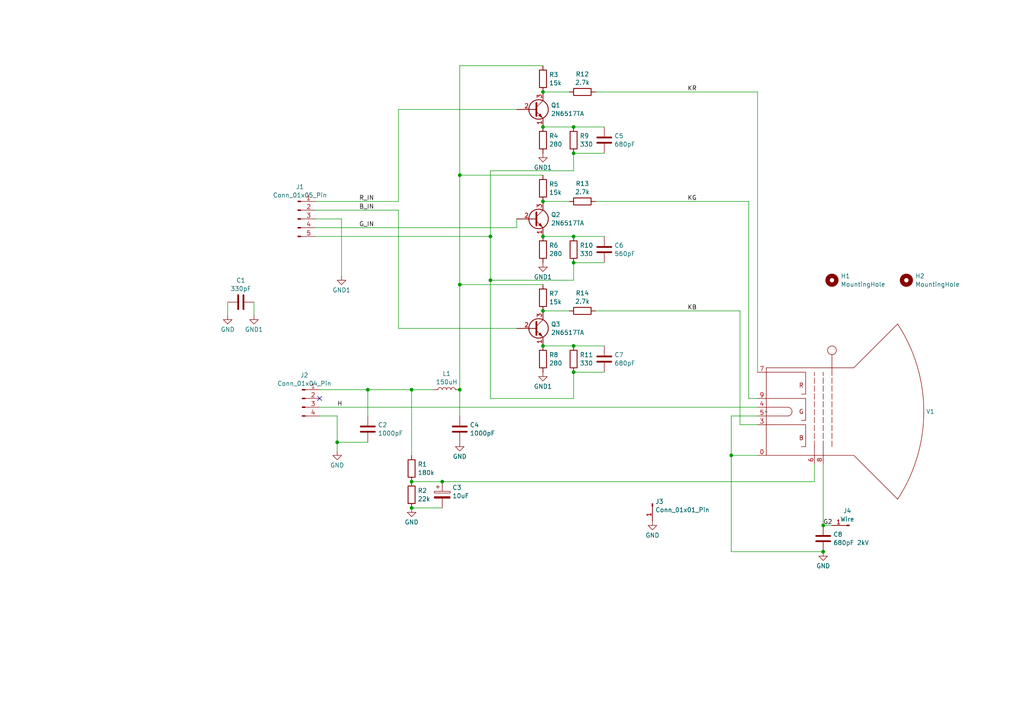
<source format=kicad_sch>
(kicad_sch (version 20230121) (generator eeschema)
  (paper "A4")
  (lib_symbols
    (symbol "Connector:Conn_01x01_Pin" (pin_names (offset 1.016) hide)
      (property "Reference" "J" (at 0 2.54 0))
      (property "Value" "Conn_01x01_Pin" (at 0 -2.54 0))
      (symbol "Conn_01x01_Pin_1_1"
        (polyline (pts (xy 1.27 0) (xy 0.8636 0)) (stroke (width 0.1524)))
        (rectangle (start 0.8636 0.127) (end 0 -0.127) (stroke (width 0.1524)) (fill (type outline)))
        (pin passive line (at 5.08 0 180) (length 3.81) (name "Pin_1") (number "1"))
      )
    )
    (symbol "Connector:Conn_01x04_Pin" (pin_names (offset 1.016) hide)
      (property "Reference" "J" (at 0 5.08 0))
      (property "Value" "Conn_01x04_Pin" (at 0 -7.62 0))
      (symbol "Conn_01x04_Pin_1_1"
        (polyline (pts (xy 1.27 -5.08) (xy 0.8636 -5.08)) (stroke (width 0.1524)))
        (polyline (pts (xy 1.27 -2.54) (xy 0.8636 -2.54)) (stroke (width 0.1524)))
        (polyline (pts (xy 1.27 0) (xy 0.8636 0)) (stroke (width 0.1524)))
        (polyline (pts (xy 1.27 2.54) (xy 0.8636 2.54)) (stroke (width 0.1524)))
        (rectangle (start 0.8636 -4.953) (end 0 -5.207) (stroke (width 0.1524)) (fill (type outline)))
        (rectangle (start 0.8636 -2.413) (end 0 -2.667) (stroke (width 0.1524)) (fill (type outline)))
        (rectangle (start 0.8636 0.127) (end 0 -0.127) (stroke (width 0.1524)) (fill (type outline)))
        (rectangle (start 0.8636 2.667) (end 0 2.413) (stroke (width 0.1524)) (fill (type outline)))
        (pin passive line (at 5.08 2.54 180) (length 3.81) (name "Pin_1") (number "1"))
        (pin passive line (at 5.08 0 180) (length 3.81) (name "Pin_2") (number "2"))
        (pin passive line (at 5.08 -2.54 180) (length 3.81) (name "Pin_3") (number "3"))
        (pin passive line (at 5.08 -5.08 180) (length 3.81) (name "Pin_4") (number "4"))
      )
    )
    (symbol "Connector:Conn_01x05_Pin" (pin_names (offset 1.016) hide)
      (property "Reference" "J" (at 0 7.62 0))
      (property "Value" "Conn_01x05_Pin" (at 0 -7.62 0))
      (symbol "Conn_01x05_Pin_1_1"
        (polyline (pts (xy 1.27 -5.08) (xy 0.8636 -5.08)) (stroke (width 0.1524)))
        (polyline (pts (xy 1.27 -2.54) (xy 0.8636 -2.54)) (stroke (width 0.1524)))
        (polyline (pts (xy 1.27 0) (xy 0.8636 0)) (stroke (width 0.1524)))
        (polyline (pts (xy 1.27 2.54) (xy 0.8636 2.54)) (stroke (width 0.1524)))
        (polyline (pts (xy 1.27 5.08) (xy 0.8636 5.08)) (stroke (width 0.1524)))
        (rectangle (start 0.8636 -4.953) (end 0 -5.207) (stroke (width 0.1524)) (fill (type outline)))
        (rectangle (start 0.8636 -2.413) (end 0 -2.667) (stroke (width 0.1524)) (fill (type outline)))
        (rectangle (start 0.8636 0.127) (end 0 -0.127) (stroke (width 0.1524)) (fill (type outline)))
        (rectangle (start 0.8636 2.667) (end 0 2.413) (stroke (width 0.1524)) (fill (type outline)))
        (rectangle (start 0.8636 5.207) (end 0 4.953) (stroke (width 0.1524)) (fill (type outline)))
        (pin passive line (at 5.08 5.08 180) (length 3.81) (name "Pin_1") (number "1"))
        (pin passive line (at 5.08 2.54 180) (length 3.81) (name "Pin_2") (number "2"))
        (pin passive line (at 5.08 0 180) (length 3.81) (name "Pin_3") (number "3"))
        (pin passive line (at 5.08 -2.54 180) (length 3.81) (name "Pin_4") (number "4"))
        (pin passive line (at 5.08 -5.08 180) (length 3.81) (name "Pin_5") (number "5"))
      )
    )
    (symbol "Device:C" (pin_numbers hide) (pin_names (offset 0.254))
      (property "Reference" "C" (at 0.635 2.54 0))
      (property "Value" "C" (at 0.635 -2.54 0))
      (symbol "C_0_1"
        (polyline (pts (xy -2.032 -0.762) (xy 2.032 -0.762)) (stroke (width 0.508)))
        (polyline (pts (xy -2.032 0.762) (xy 2.032 0.762)) (stroke (width 0.508)))
      )
      (symbol "C_1_1"
        (pin passive line (at 0 3.81 270) (length 2.794) (name "~") (number "1"))
        (pin passive line (at 0 -3.81 90) (length 2.794) (name "~") (number "2"))
      )
    )
    (symbol "Device:C_Polarized" (pin_numbers hide) (pin_names (offset 0.254))
      (property "Reference" "C" (at 0.635 2.54 0))
      (property "Value" "C_Polarized" (at 0.635 -2.54 0))
      (symbol "C_Polarized_0_1"
        (rectangle (start -2.286 0.508) (end 2.286 1.016))
        (polyline (pts (xy -1.778 2.286) (xy -0.762 2.286)))
        (polyline (pts (xy -1.27 2.794) (xy -1.27 1.778)))
        (rectangle (start 2.286 -0.508) (end -2.286 -1.016) (fill (type outline)))
      )
      (symbol "C_Polarized_1_1"
        (pin passive line (at 0 3.81 270) (length 2.794) (name "~") (number "1"))
        (pin passive line (at 0 -3.81 90) (length 2.794) (name "~") (number "2"))
      )
    )
    (symbol "Device:L" (pin_numbers hide) (pin_names (offset 1.016) hide)
      (property "Reference" "L" (at -1.27 0 90))
      (property "Value" "L" (at 1.905 0 90))
      (symbol "L_0_1"
        (arc (start 0 -2.54) (mid 0.6323 -1.905) (end 0 -1.27))
        (arc (start 0 -1.27) (mid 0.6323 -0.635) (end 0 0))
        (arc (start 0 0) (mid 0.6323 0.635) (end 0 1.27))
        (arc (start 0 1.27) (mid 0.6323 1.905) (end 0 2.54))
      )
      (symbol "L_1_1"
        (pin passive line (at 0 3.81 270) (length 1.27) (name "1") (number "1"))
        (pin passive line (at 0 -3.81 90) (length 1.27) (name "2") (number "2"))
      )
    )
    (symbol "Device:R" (pin_numbers hide) (pin_names (offset 0))
      (property "Reference" "R" (at 2.032 0 90))
      (property "Value" "R" (at 0 0 90))
      (symbol "R_0_1"
        (rectangle (start -1.016 -2.54) (end 1.016 2.54) (stroke (width 0.254)))
      )
      (symbol "R_1_1"
        (pin passive line (at 0 3.81 270) (length 1.27) (name "~") (number "1"))
        (pin passive line (at 0 -3.81 90) (length 1.27) (name "~") (number "2"))
      )
    )
    (symbol "Mechanical:MountingHole" (pin_names (offset 1.016))
      (property "Reference" "H" (at 0 5.08 0))
      (property "Value" "MountingHole" (at 0 3.175 0))
      (symbol "MountingHole_0_1"
        (circle (center 0 0) (radius 1.27) (stroke (width 1.27)))
      )
    )
    (symbol "Transistor_BJT:2N3904" (pin_names (offset 0) hide)
      (property "Reference" "Q" (at 5.08 1.905 0))
      (property "Value" "2N3904" (at 5.08 0 0))
      (symbol "2N3904_0_1"
        (polyline (pts (xy 0.635 0.635) (xy 2.54 2.54)))
        (polyline (pts (xy 0.635 -0.635) (xy 2.54 -2.54) (xy 2.54 -2.54)))
        (polyline (pts (xy 0.635 1.905) (xy 0.635 -1.905) (xy 0.635 -1.905)) (stroke (width 0.508)))
        (polyline (pts (xy 1.27 -1.778) (xy 1.778 -1.27) (xy 2.286 -2.286) (xy 1.27 -1.778) (xy 1.27 -1.778)) (fill (type outline)))
        (circle (center 1.27 0) (radius 2.8194) (stroke (width 0.254)))
      )
      (symbol "2N3904_1_1"
        (pin passive line (at 2.54 -5.08 90) (length 2.54) (name "E") (number "1"))
        (pin passive line (at -5.08 0 0) (length 5.715) (name "B") (number "2"))
        (pin passive line (at 2.54 5.08 270) (length 2.54) (name "C") (number "3"))
      )
    )
    (symbol "power:GND" (power) (pin_names (offset 0))
      (property "Value" "GND" (at 0 -3.81 0))
      (symbol "GND_0_1"
        (polyline (pts (xy 0 0) (xy 0 -1.27) (xy 1.27 -1.27) (xy 0 -2.54) (xy -1.27 -1.27) (xy 0 -1.27)))
      )
      (symbol "GND_1_1"
        (pin power_in line (at 0 0 270) (length 0) hide (name "GND") (number "1"))
      )
    )
    (symbol "power:GND1" (power) (pin_names (offset 0))
      (property "Value" "GND1" (at 0 -3.81 0))
      (symbol "GND1_0_1"
        (polyline (pts (xy 0 0) (xy 0 -1.27) (xy 1.27 -1.27) (xy 0 -2.54) (xy -1.27 -1.27) (xy 0 -1.27)))
      )
      (symbol "GND1_1_1"
        (pin power_in line (at 0 0 270) (length 0) hide (name "GND1") (number "1"))
      )
    )
    (symbol "td-neck:cr31"
      (property "Reference" "V" (at 2.54 13.97 0))
      (symbol "cr31_0_1"
        (polyline (pts (xy 0 -1.27) (xy 6.35 -1.27)))
        (polyline (pts (xy 0 1.27) (xy 6.35 1.27)))
        (polyline (pts (xy 0 -3.81) (xy 11.43 -3.81) (xy 11.43 -10.16) (xy 10.16 -10.16)))
        (polyline (pts (xy 0 0) (xy 0 -12.7) (xy 25.4 -12.7) (xy 38.1 -25.4)))
        (polyline (pts (xy 0 0) (xy 0 12.7) (xy 25.4 12.7) (xy 38.1 25.4)))
        (polyline (pts (xy 10.16 -2.54) (xy 11.43 -2.54) (xy 11.43 3.81) (xy 0 3.81)))
        (polyline (pts (xy 10.16 5.08) (xy 11.43 5.08) (xy 11.43 11.43) (xy 0 11.43)))
        (arc (start 6.35 -1.27) (mid 7.4703 0) (end 6.35 1.27))
        (arc (start 38.1 -25.4) (mid 45.6931 0) (end 38.1 25.4))
      )
      (symbol "cr31_1_1"
        (polyline (pts (xy 13.97 -10.16) (xy 13.97 -12.7)))
        (polyline (pts (xy 13.97 -10.16) (xy 13.97 11.43)) (stroke (width 0) (type dash)))
        (polyline (pts (xy 16.51 -12.7) (xy 16.51 -10.16)))
        (polyline (pts (xy 16.51 -10.16) (xy 16.51 11.43)) (stroke (width 0) (type dash)))
        (polyline (pts (xy 19.05 -10.16) (xy 19.05 11.43)) (stroke (width 0) (type dash)))
        (polyline (pts (xy 19.05 11.43) (xy 19.05 16.51)))
        (circle (center 19.05 17.78) (radius 1.27))
        (text "B" (at 10.16 -7.62 0) (effects (font (size 1.27 1.27))))
        (text "G" (at 10.16 0 0) (effects (font (size 1.27 1.27))))
        (text "R" (at 10.16 7.62 0) (effects (font (size 1.27 1.27))))
        (pin passive line (at -2.54 -12.7 0) (length 2.54) (name "") (number "0"))
        (pin passive line (at -2.54 -3.81 0) (length 2.54) (name "") (number "3"))
        (pin passive line (at -2.54 1.27 0) (length 2.54) (name "") (number "4"))
        (pin passive line (at -2.54 -1.27 0) (length 2.54) (name "") (number "5"))
        (pin passive line (at 13.97 -15.24 90) (length 2.54) (name "") (number "6"))
        (pin passive line (at -2.54 11.43 0) (length 2.54) (name "") (number "7"))
        (pin passive line (at 16.51 -15.24 90) (length 2.54) (name "") (number "8"))
        (pin passive line (at -2.54 3.81 0) (length 2.54) (name "") (number "9"))
      )
    )
  )
  (junction (at 133.35 113.03))
  (junction (at 119.38 139.7))
  (junction (at 166.37 36.83))
  (junction (at 119.38 147.32))
  (junction (at 142.24 81.28))
  (junction (at 157.48 36.83))
  (junction (at 97.79 128.27))
  (junction (at 238.76 160.02))
  (junction (at 106.68 113.03))
  (junction (at 166.37 100.33))
  (junction (at 133.35 82.55))
  (junction (at 212.09 132.08))
  (junction (at 142.24 68.58))
  (junction (at 166.37 107.95))
  (junction (at 238.76 152.4))
  (junction (at 128.27 139.7))
  (junction (at 157.48 58.42))
  (junction (at 119.38 113.03))
  (junction (at 166.37 44.45))
  (junction (at 166.37 68.58))
  (junction (at 157.48 100.33))
  (junction (at 166.37 76.2))
  (junction (at 157.48 26.67))
  (junction (at 157.48 90.17))
  (junction (at 157.48 68.58))
  (junction (at 133.35 50.8))
  (no_connect (at 92.71 115.57))
  (wire (pts (xy 217.17 115.57) (xy 217.17 58.42)))
  (wire (pts (xy 238.76 152.4) (xy 241.3 152.4)))
  (wire (pts (xy 212.09 132.08) (xy 219.71 132.08)))
  (wire (pts (xy 119.38 139.7) (xy 128.27 139.7)))
  (wire (pts (xy 133.35 82.55) (xy 133.35 50.8)))
  (wire (pts (xy 115.57 60.96) (xy 115.57 95.25)))
  (wire (pts (xy 166.37 68.58) (xy 175.26 68.58)))
  (wire (pts (xy 133.35 50.8) (xy 157.48 50.8)))
  (wire (pts (xy 166.37 44.45) (xy 175.26 44.45)))
  (wire (pts (xy 166.37 76.2) (xy 175.26 76.2)))
  (wire (pts (xy 157.48 26.67) (xy 165.1 26.67)))
  (wire (pts (xy 133.35 113.03) (xy 133.35 120.65)))
  (wire (pts (xy 99.06 63.5) (xy 91.44 63.5)))
  (wire (pts (xy 236.22 134.62) (xy 236.22 139.7)))
  (wire (pts (xy 217.17 58.42) (xy 172.72 58.42)))
  (wire (pts (xy 115.57 31.75) (xy 149.86 31.75)))
  (wire (pts (xy 166.37 49.53) (xy 166.37 44.45)))
  (wire (pts (xy 99.06 80.01) (xy 99.06 63.5)))
  (wire (pts (xy 166.37 81.28) (xy 166.37 76.2)))
  (wire (pts (xy 219.71 123.19) (xy 214.63 123.19)))
  (wire (pts (xy 157.48 36.83) (xy 166.37 36.83)))
  (wire (pts (xy 142.24 81.28) (xy 142.24 68.58)))
  (wire (pts (xy 119.38 113.03) (xy 119.38 132.08)))
  (wire (pts (xy 219.71 115.57) (xy 217.17 115.57)))
  (wire (pts (xy 166.37 115.57) (xy 142.24 115.57)))
  (wire (pts (xy 97.79 120.65) (xy 97.79 128.27)))
  (wire (pts (xy 214.63 123.19) (xy 214.63 90.17)))
  (wire (pts (xy 166.37 107.95) (xy 175.26 107.95)))
  (wire (pts (xy 157.48 90.17) (xy 165.1 90.17)))
  (wire (pts (xy 91.44 68.58) (xy 142.24 68.58)))
  (wire (pts (xy 142.24 68.58) (xy 142.24 49.53)))
  (wire (pts (xy 142.24 49.53) (xy 166.37 49.53)))
  (wire (pts (xy 166.37 107.95) (xy 166.37 115.57)))
  (wire (pts (xy 133.35 82.55) (xy 157.48 82.55)))
  (wire (pts (xy 119.38 113.03) (xy 125.73 113.03)))
  (wire (pts (xy 115.57 58.42) (xy 115.57 31.75)))
  (wire (pts (xy 157.48 100.33) (xy 166.37 100.33)))
  (wire (pts (xy 106.68 113.03) (xy 92.71 113.03)))
  (wire (pts (xy 92.71 118.11) (xy 219.71 118.11)))
  (wire (pts (xy 238.76 134.62) (xy 238.76 152.4)))
  (wire (pts (xy 219.71 26.67) (xy 219.71 107.95)))
  (wire (pts (xy 92.71 120.65) (xy 97.79 120.65)))
  (wire (pts (xy 133.35 19.05) (xy 157.48 19.05)))
  (wire (pts (xy 133.35 82.55) (xy 133.35 113.03)))
  (wire (pts (xy 212.09 132.08) (xy 212.09 160.02)))
  (wire (pts (xy 115.57 95.25) (xy 149.86 95.25)))
  (wire (pts (xy 73.66 87.63) (xy 73.66 91.44)))
  (wire (pts (xy 119.38 147.32) (xy 128.27 147.32)))
  (wire (pts (xy 238.76 160.02) (xy 212.09 160.02)))
  (wire (pts (xy 214.63 90.17) (xy 172.72 90.17)))
  (wire (pts (xy 91.44 58.42) (xy 115.57 58.42)))
  (wire (pts (xy 66.04 87.63) (xy 66.04 91.44)))
  (wire (pts (xy 133.35 50.8) (xy 133.35 19.05)))
  (wire (pts (xy 172.72 26.67) (xy 219.71 26.67)))
  (wire (pts (xy 149.86 66.04) (xy 149.86 63.5)))
  (wire (pts (xy 128.27 139.7) (xy 236.22 139.7)))
  (wire (pts (xy 166.37 36.83) (xy 175.26 36.83)))
  (wire (pts (xy 157.48 68.58) (xy 166.37 68.58)))
  (wire (pts (xy 106.68 113.03) (xy 119.38 113.03)))
  (wire (pts (xy 142.24 115.57) (xy 142.24 81.28)))
  (wire (pts (xy 91.44 66.04) (xy 149.86 66.04)))
  (wire (pts (xy 106.68 128.27) (xy 97.79 128.27)))
  (wire (pts (xy 157.48 58.42) (xy 165.1 58.42)))
  (wire (pts (xy 91.44 60.96) (xy 115.57 60.96)))
  (wire (pts (xy 97.79 128.27) (xy 97.79 130.81)))
  (wire (pts (xy 219.71 120.65) (xy 212.09 120.65)))
  (wire (pts (xy 212.09 120.65) (xy 212.09 132.08)))
  (wire (pts (xy 106.68 120.65) (xy 106.68 113.03)))
  (wire (pts (xy 142.24 81.28) (xy 166.37 81.28)))
  (wire (pts (xy 166.37 100.33) (xy 175.26 100.33)))
  (label "B_IN" (at 104.14 60.96 0))
  (label "R_IN" (at 104.14 58.42 0))
  (label "KR" (at 199.39 26.67 0))
  (label "KG" (at 199.39 58.42 0))
  (label "G2" (at 238.76 152.4 0))
  (label "KB" (at 199.39 90.17 0))
  (label "H" (at 97.79 118.11 0))
  (label "G_IN" (at 104.14 66.04 0))
  (symbol (lib_id "Mechanical:MountingHole") (at 262.89 81.28 0) (unit 1)
    (property "Reference" "H2" (at 265.43 80.0679 0) (effects (justify left)))
    (property "Value" "MountingHole" (at 265.43 82.4921 0) (effects (justify left)))
    (property "Footprint" "MountingHole:MountingHole_3.2mm_M3_ISO14580" (effects hide))
  )
  (symbol (lib_id "Device:C_Polarized") (at 128.27 143.51 0) (unit 1)
    (property "Reference" "C3" (at 131.191 141.4089 0) (effects (justify left)))
    (property "Value" "10uF" (at 131.191 143.8331 0) (effects (justify left)))
    (property "Footprint" "Capacitor_THT:CP_Radial_D6.3mm_P2.50mm" (effects hide))
    (property "Digikey" "399-6094-ND" (effects hide))
  )
  (symbol (lib_id "power:GND") (at 119.38 147.32 0) (unit 1)
    (property "Reference" "#PWR05" (effects hide))
    (property "Value" "GND" (at 119.38 151.4531 0))
  )
  (symbol (lib_id "power:GND1") (at 157.48 107.95 0) (unit 1)
    (property "Reference" "#PWR09" (effects hide))
    (property "Value" "GND1" (at 157.48 112.0831 0))
  )
  (symbol (lib_id "power:GND1") (at 73.66 91.44 0) (unit 1)
    (property "Reference" "#PWR02" (effects hide))
    (property "Value" "GND1" (at 73.66 95.5731 0))
  )
  (symbol (lib_id "Device:L") (at 129.54 113.03 90) (unit 1)
    (property "Reference" "L1" (at 129.54 108.3804 90))
    (property "Value" "150uH" (at 129.54 110.8046 90))
    (property "Footprint" "Inductor_THT:L_Axial_L5.3mm_D2.2mm_P7.62mm_Horizontal_Vishay_IM-1" (effects hide))
    (property "Digikey" "118-78F151J-RC-ND" (effects hide))
  )
  (symbol (lib_id "Device:R") (at 166.37 104.14 0) (unit 1)
    (property "Reference" "R11" (at 168.148 102.9279 0) (effects (justify left)))
    (property "Value" "330" (at 168.148 105.3521 0) (effects (justify left)))
    (property "Footprint" "Resistor_THT:R_Axial_DIN0204_L3.6mm_D1.6mm_P5.08mm_Horizontal" (effects hide))
    (property "Digikey" "S330QCT-ND" (effects hide))
  )
  (symbol (lib_id "power:GND") (at 133.35 128.27 0) (unit 1)
    (property "Reference" "#PWR06" (effects hide))
    (property "Value" "GND" (at 133.35 132.4031 0))
  )
  (symbol (lib_id "power:GND1") (at 157.48 44.45 0) (unit 1)
    (property "Reference" "#PWR07" (effects hide))
    (property "Value" "GND1" (at 157.48 48.5831 0))
  )
  (symbol (lib_id "Device:R") (at 157.48 72.39 0) (unit 1)
    (property "Reference" "R6" (at 159.258 71.1779 0) (effects (justify left)))
    (property "Value" "280" (at 159.258 73.6021 0) (effects (justify left)))
    (property "Footprint" "Resistor_THT:R_Axial_DIN0204_L3.6mm_D1.6mm_P5.08mm_Horizontal" (effects hide))
    (property "Digikey" "S270QCT-ND" (effects hide))
  )
  (symbol (lib_id "Device:R") (at 157.48 86.36 0) (unit 1)
    (property "Reference" "R7" (at 159.258 85.1479 0) (effects (justify left)))
    (property "Value" "15k" (at 159.258 87.5721 0) (effects (justify left)))
    (property "Footprint" "Resistor_THT:R_Axial_DIN0309_L9.0mm_D3.2mm_P12.70mm_Horizontal" (effects hide))
    (property "Digikey" "A138268CT-ND" (effects hide))
  )
  (symbol (lib_id "power:GND1") (at 99.06 80.01 0) (unit 1)
    (property "Reference" "#PWR04" (effects hide))
    (property "Value" "GND1" (at 99.06 84.1431 0))
  )
  (symbol (lib_id "Device:R") (at 157.48 22.86 0) (unit 1)
    (property "Reference" "R3" (at 159.258 21.6479 0) (effects (justify left)))
    (property "Value" "15k" (at 159.258 24.0721 0) (effects (justify left)))
    (property "Footprint" "Resistor_THT:R_Axial_DIN0309_L9.0mm_D3.2mm_P12.70mm_Horizontal" (effects hide))
    (property "Digikey" "A138268CT-ND" (effects hide))
  )
  (symbol (lib_id "Device:R") (at 168.91 58.42 90) (unit 1)
    (property "Reference" "R13" (at 168.91 53.2597 90))
    (property "Value" "2.7k" (at 168.91 55.6839 90))
    (property "Footprint" "Resistor_THT:R_Axial_DIN0207_L6.3mm_D2.5mm_P10.16mm_Horizontal" (effects hide))
    (property "Digikey" "S2.7KHCT-ND" (effects hide))
  )
  (symbol (lib_id "power:GND") (at 66.04 91.44 0) (unit 1)
    (property "Reference" "#PWR01" (effects hide))
    (property "Value" "GND" (at 66.04 95.5731 0))
  )
  (symbol (lib_id "Mechanical:MountingHole") (at 241.3 81.28 0) (unit 1)
    (property "Reference" "H1" (at 243.84 80.0679 0) (effects (justify left)))
    (property "Value" "MountingHole" (at 243.84 82.4921 0) (effects (justify left)))
    (property "Footprint" "MountingHole:MountingHole_3.2mm_M3_ISO14580" (effects hide))
  )
  (symbol (lib_id "Device:C") (at 106.68 124.46 0) (unit 1)
    (property "Reference" "C2" (at 109.601 123.2479 0) (effects (justify left)))
    (property "Value" "1000pF" (at 109.601 125.6721 0) (effects (justify left)))
    (property "Footprint" "Capacitor_THT:C_Disc_D8.0mm_W2.5mm_P5.00mm" (effects hide))
    (property "Digikey" "445-180754-1-ND" (effects hide))
  )
  (symbol (lib_id "power:GND1") (at 157.48 76.2 0) (unit 1)
    (property "Reference" "#PWR08" (effects hide))
    (property "Value" "GND1" (at 157.48 80.3331 0))
  )
  (symbol (lib_id "Device:C") (at 238.76 156.21 0) (unit 1)
    (property "Reference" "C8" (at 241.681 154.9979 0) (effects (justify left)))
    (property "Value" "680pF 2kV" (at 241.681 157.4221 0) (effects (justify left)))
    (property "Footprint" "Capacitor_THT:C_Disc_D12.5mm_W5.0mm_P7.50mm" (effects hide))
    (property "Digikey" "445-CK45-B3FD681KYVNACT-ND" (effects hide))
  )
  (symbol (lib_id "Device:C") (at 175.26 40.64 0) (unit 1)
    (property "Reference" "C5" (at 178.181 39.4279 0) (effects (justify left)))
    (property "Value" "680pF" (at 178.181 41.8521 0) (effects (justify left)))
    (property "Footprint" "Capacitor_THT:C_Disc_D5.0mm_W2.5mm_P5.00mm" (effects hide))
    (property "Digikey" "445-180765-1-ND" (effects hide))
  )
  (symbol (lib_id "Device:R") (at 119.38 135.89 0) (unit 1)
    (property "Reference" "R1" (at 121.158 134.6779 0) (effects (justify left)))
    (property "Value" "180k" (at 121.158 137.1021 0) (effects (justify left)))
    (property "Footprint" "Resistor_THT:R_Axial_DIN0204_L3.6mm_D1.6mm_P5.08mm_Horizontal" (effects hide))
    (property "Digikey" "S180KQCT-ND" (effects hide))
  )
  (symbol (lib_id "power:GND") (at 238.76 160.02 0) (unit 1)
    (property "Reference" "#PWR011" (effects hide))
    (property "Value" "GND" (at 238.76 164.1531 0))
  )
  (symbol (lib_id "Device:R") (at 166.37 40.64 0) (unit 1)
    (property "Reference" "R9" (at 168.148 39.4279 0) (effects (justify left)))
    (property "Value" "330" (at 168.148 41.8521 0) (effects (justify left)))
    (property "Footprint" "Resistor_THT:R_Axial_DIN0204_L3.6mm_D1.6mm_P5.08mm_Horizontal" (effects hide))
    (property "Digikey" "S330QCT-ND" (effects hide))
  )
  (symbol (lib_id "power:GND") (at 189.23 151.13 0) (unit 1)
    (property "Reference" "#PWR010" (effects hide))
    (property "Value" "GND" (at 189.23 155.2631 0))
  )
  (symbol (lib_id "Device:R") (at 166.37 72.39 0) (unit 1)
    (property "Reference" "R10" (at 168.148 71.1779 0) (effects (justify left)))
    (property "Value" "330" (at 168.148 73.6021 0) (effects (justify left)))
    (property "Footprint" "Resistor_THT:R_Axial_DIN0204_L3.6mm_D1.6mm_P5.08mm_Horizontal" (effects hide))
    (property "Digikey" "S330QCT-ND" (effects hide))
  )
  (symbol (lib_id "Connector:Conn_01x04_Pin") (at 87.63 115.57 0) (unit 1)
    (property "Reference" "J2" (at 88.265 108.8095 0))
    (property "Value" "Conn_01x04_Pin" (at 88.265 111.2337 0))
    (property "Footprint" "Connector_JST:JST_XH_B4B-XH-A_1x04_P2.50mm_Vertical" (effects hide))
    (property "Digikey" "455-B4B-XH-A-ND" (effects hide))
  )
  (symbol (lib_id "Device:R") (at 119.38 143.51 0) (unit 1)
    (property "Reference" "R2" (at 121.158 142.2979 0) (effects (justify left)))
    (property "Value" "22k" (at 121.158 144.7221 0) (effects (justify left)))
    (property "Footprint" "Resistor_THT:R_Axial_DIN0204_L3.6mm_D1.6mm_P5.08mm_Horizontal" (effects hide))
    (property "Digikey" "S22KQCT-ND" (effects hide))
  )
  (symbol (lib_id "Device:R") (at 157.48 40.64 0) (unit 1)
    (property "Reference" "R4" (at 159.258 39.4279 0) (effects (justify left)))
    (property "Value" "280" (at 159.258 41.8521 0) (effects (justify left)))
    (property "Footprint" "Resistor_THT:R_Axial_DIN0204_L3.6mm_D1.6mm_P5.08mm_Horizontal" (effects hide))
    (property "Digikey" "S270QCT-ND" (effects hide))
  )
  (symbol (lib_id "Device:C") (at 69.85 87.63 90) (unit 1)
    (property "Reference" "C1" (at 69.85 81.3267 90))
    (property "Value" "330pF" (at 69.85 83.7509 90))
    (property "Footprint" "Capacitor_THT:C_Disc_D5.0mm_W2.5mm_P5.00mm" (effects hide))
    (property "Digikey" "445-180761-1-ND" (effects hide))
  )
  (symbol (lib_id "Device:C") (at 175.26 104.14 0) (unit 1)
    (property "Reference" "C7" (at 178.181 102.9279 0) (effects (justify left)))
    (property "Value" "680pF" (at 178.181 105.3521 0) (effects (justify left)))
    (property "Footprint" "Capacitor_THT:C_Disc_D5.0mm_W2.5mm_P5.00mm" (effects hide))
    (property "Digikey" "445-180765-1-ND" (effects hide))
  )
  (symbol (lib_id "Device:R") (at 168.91 90.17 90) (unit 1)
    (property "Reference" "R14" (at 168.91 85.0097 90))
    (property "Value" "2.7k" (at 168.91 87.4339 90))
    (property "Footprint" "Resistor_THT:R_Axial_DIN0207_L6.3mm_D2.5mm_P10.16mm_Horizontal" (effects hide))
    (property "Digikey" "S2.7KHCT-ND" (effects hide))
  )
  (symbol (lib_id "Connector:Conn_01x01_Pin") (at 246.38 152.4 180) (unit 1)
    (property "Reference" "J4" (at 245.745 148.1795 0))
    (property "Value" "Wire" (at 245.745 150.6037 0))
    (property "Footprint" "Connector_Wire:SolderWire-0.5sqmm_1x01_D0.9mm_OD2.3mm" (effects hide))
  )
  (symbol (lib_id "Device:R") (at 157.48 54.61 0) (unit 1)
    (property "Reference" "R5" (at 159.258 53.3979 0) (effects (justify left)))
    (property "Value" "15k" (at 159.258 55.8221 0) (effects (justify left)))
    (property "Footprint" "Resistor_THT:R_Axial_DIN0309_L9.0mm_D3.2mm_P12.70mm_Horizontal" (effects hide))
    (property "Digikey" "A138268CT-ND" (effects hide))
  )
  (symbol (lib_id "td-neck:cr31") (at 222.25 119.38 0) (unit 1)
    (property "Reference" "V1" (at 268.5781 119.38 0) (effects (justify left)))
    (property "Value" "~" (at 222.25 119.38 0))
    (property "Footprint" "td-neck:GZS8-6-1" (effects hide))
  )
  (symbol (lib_id "Connector:Conn_01x05_Pin") (at 86.36 63.5 0) (unit 1)
    (property "Reference" "J1" (at 86.995 54.1995 0))
    (property "Value" "Conn_01x05_Pin" (at 86.995 56.6237 0))
    (property "Footprint" "Connector_JST:JST_XH_B5B-XH-A_1x05_P2.50mm_Vertical" (effects hide))
    (property "Digikey" "455-B5B-XH-AM-ND" (effects hide))
  )
  (symbol (lib_id "Transistor_BJT:2N3904") (at 154.94 63.5 0) (unit 1)
    (property "Reference" "Q2" (at 159.7914 62.2879 0) (effects (justify left)))
    (property "Value" "2N6517TA" (at 159.7914 64.7121 0) (effects (justify left)))
    (property "Footprint" "Package_TO_SOT_THT:TO-92_Wide" (effects hide))
    (property "Digikey" "2N6517TACT-ND" (effects hide))
  )
  (symbol (lib_id "Transistor_BJT:2N3904") (at 154.94 95.25 0) (unit 1)
    (property "Reference" "Q3" (at 159.7914 94.0379 0) (effects (justify left)))
    (property "Value" "2N6517TA" (at 159.7914 96.4621 0) (effects (justify left)))
    (property "Footprint" "Package_TO_SOT_THT:TO-92_Wide" (effects hide))
    (property "Digikey" "2N6517TACT-ND" (effects hide))
  )
  (symbol (lib_id "Connector:Conn_01x01_Pin") (at 189.23 146.05 270) (unit 1)
    (property "Reference" "J3" (at 190.0682 145.4729 90) (effects (justify left)))
    (property "Value" "Conn_01x01_Pin" (at 190.0682 147.8971 90) (effects (justify left)))
    (property "Footprint" "td-neck:monitor_1p" (effects hide))
  )
  (symbol (lib_id "Device:C") (at 175.26 72.39 0) (unit 1)
    (property "Reference" "C6" (at 178.181 71.1779 0) (effects (justify left)))
    (property "Value" "560pF" (at 178.181 73.6021 0) (effects (justify left)))
    (property "Footprint" "Capacitor_THT:C_Disc_D5.0mm_W2.5mm_P5.00mm" (effects hide))
    (property "Digikey" "445-180765-1-ND" (effects hide))
  )
  (symbol (lib_id "Device:R") (at 157.48 104.14 0) (unit 1)
    (property "Reference" "R8" (at 159.258 102.9279 0) (effects (justify left)))
    (property "Value" "280" (at 159.258 105.3521 0) (effects (justify left)))
    (property "Footprint" "Resistor_THT:R_Axial_DIN0204_L3.6mm_D1.6mm_P5.08mm_Horizontal" (effects hide))
    (property "Digikey" "S270QCT-ND" (effects hide))
  )
  (symbol (lib_id "power:GND") (at 97.79 130.81 0) (unit 1)
    (property "Reference" "#PWR03" (effects hide))
    (property "Value" "GND" (at 97.79 134.9431 0))
  )
  (symbol (lib_id "Device:C") (at 133.35 124.46 0) (unit 1)
    (property "Reference" "C4" (at 136.271 123.2479 0) (effects (justify left)))
    (property "Value" "1000pF" (at 136.271 125.6721 0) (effects (justify left)))
    (property "Footprint" "Capacitor_THT:C_Disc_D8.0mm_W2.5mm_P5.00mm" (effects hide))
    (property "Digikey" "445-180754-1-ND" (effects hide))
  )
  (symbol (lib_id "Device:R") (at 168.91 26.67 90) (unit 1)
    (property "Reference" "R12" (at 168.91 21.5097 90))
    (property "Value" "2.7k" (at 168.91 23.9339 90))
    (property "Footprint" "Resistor_THT:R_Axial_DIN0207_L6.3mm_D2.5mm_P10.16mm_Horizontal" (effects hide))
    (property "Digikey" "S2.7KHCT-ND" (effects hide))
  )
  (symbol (lib_id "Transistor_BJT:2N3904") (at 154.94 31.75 0) (unit 1)
    (property "Reference" "Q1" (at 159.7914 30.5379 0) (effects (justify left)))
    (property "Value" "2N6517TA" (at 159.7914 32.9621 0) (effects (justify left)))
    (property "Footprint" "Package_TO_SOT_THT:TO-92_Wide" (effects hide))
    (property "Digikey" "2N6517TACT-ND" (effects hide))
  )
)
</source>
